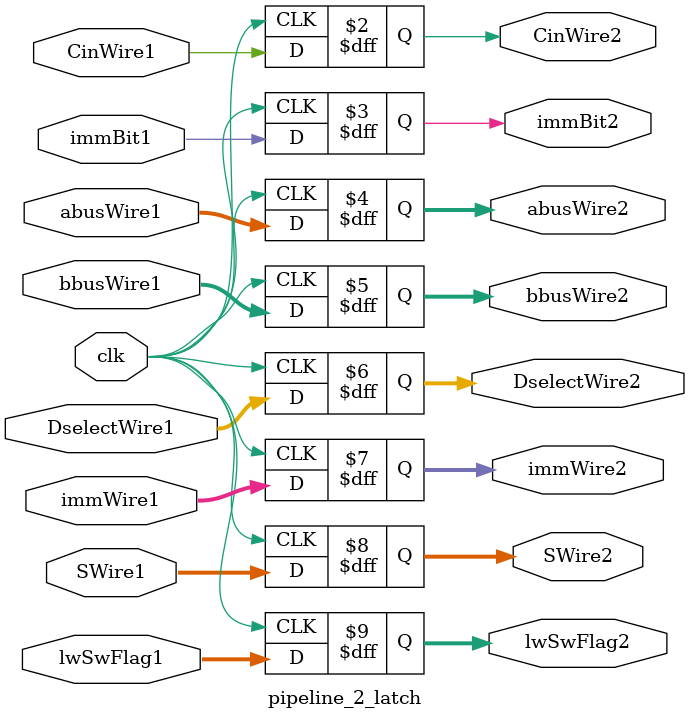
<source format=v>
module pipeline_2_latch(clk, abusWire1, bbusWire1, DselectWire1, immWire1, SWire1, CinWire1,immBit1,lwSwFlag1,abusWire2,bbusWire2,immWire2,SWire2,CinWire2,DselectWire2,immBit2,lwSwFlag2);
  input clk, CinWire1,immBit1;
  input [31:0] abusWire1, bbusWire1, DselectWire1, immWire1;
  input [2:0] SWire1;
  input [1:0] lwSwFlag1;
  output CinWire2,immBit2;
  output [31:0] abusWire2, bbusWire2, DselectWire2, immWire2;
  output [2:0] SWire2;
  output [1:0] lwSwFlag2;
  reg CinWire2,immBit2;
  reg [31:0] abusWire2, bbusWire2, DselectWire2, immWire2;
  reg [2:0] SWire2;
  reg [1:0] lwSwFlag2;
  always @(posedge clk) begin
    abusWire2 = abusWire1;
    bbusWire2 = bbusWire1;
    DselectWire2 = DselectWire1;
    immWire2 = immWire1;
    SWire2 = SWire1;
    CinWire2 = CinWire1;
    immBit2 = immBit1;
    lwSwFlag2 = lwSwFlag1;
  end
endmodule
</source>
